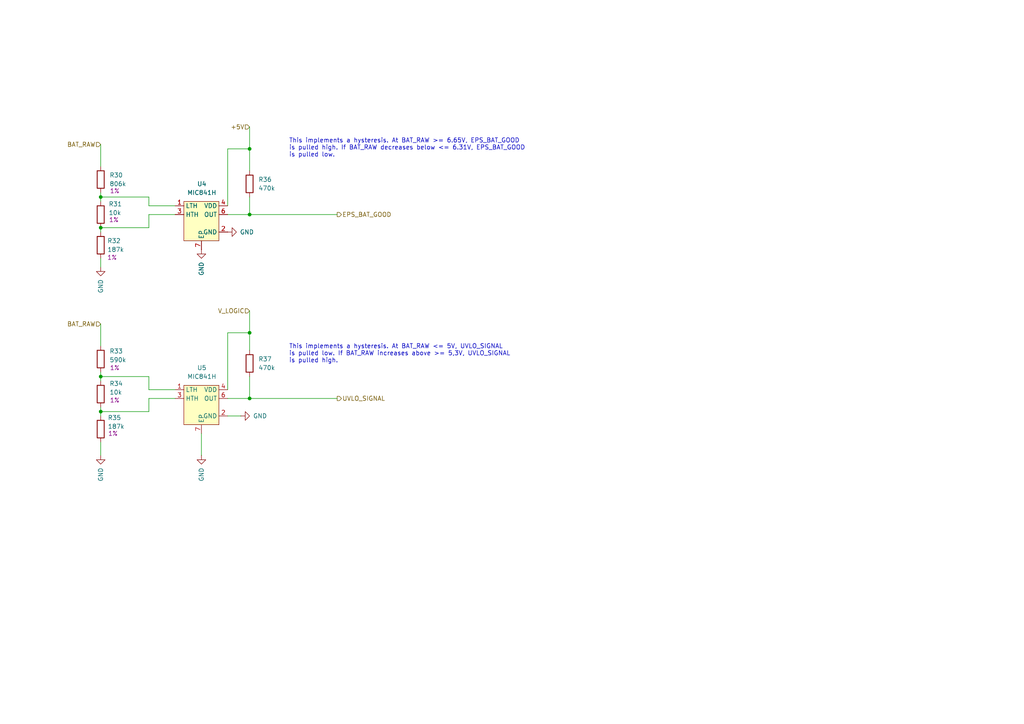
<source format=kicad_sch>
(kicad_sch (version 20231120) (generator "eeschema") (generator_version "8.0")
  (paper "A4")
  (lib_symbols
    (symbol "Device:R" (pin_numbers hide) (pin_names (offset 0))
      (property "Reference" "R" (at 2.032 0 90))
      (property "Value" "R" (at 0 0 90))
      (symbol "R_0_1"
        (rectangle (start -1.016 -2.54) (end 1.016 2.54) (stroke (width 0.254)))
      )
      (symbol "R_1_1"
        (pin passive line (at 0 3.81 270) (length 1.27) (name "~") (number "1"))
        (pin passive line (at 0 -3.81 90) (length 1.27) (name "~") (number "2"))
      )
    )
    (symbol "STS_Analog:MIC841"
      (property "Reference" "U" (at 0 4.572 0))
      (property "Value" "MIC841" (at 0 2.54 0))
      (symbol "MIC841_0_1"
        (rectangle (start -5.08 0) (end 5.08 -11.43) (fill (type background)))
        (rectangle (start 1.778 -0.508) (end 1.778 -0.508))
        (rectangle (start 1.778 -0.508) (end 1.778 -0.508))
      )
      (symbol "MIC841_1_1"
        (pin input line (at -7.62 -1.27 0) (length 2.54) (name "LTH") (number "1"))
        (pin input line (at 7.62 -8.89 180) (length 2.54) (name "GND") (number "2"))
        (pin input line (at -7.62 -3.81 0) (length 2.54) (name "HTH") (number "3"))
        (pin input line (at 7.62 -1.27 180) (length 2.54) (name "VDD") (number "4"))
        (pin no_connect line (at 7.62 -6.35 180) (length 2.54) hide (name "NC") (number "5"))
        (pin output line (at 7.62 -3.81 180) (length 2.54) (name "OUT") (number "6"))
        (pin passive line (at 0 -13.97 90) (length 2.54) (name "EP") (number "7"))
      )
    )
    (symbol "power:GND" (power) (pin_numbers hide) (pin_names (offset 0) hide)
      (property "Value" "GND" (at 0 -3.81 0))
      (symbol "GND_0_1"
        (polyline (pts (xy 0 0) (xy 0 -1.27) (xy 1.27 -1.27) (xy 0 -2.54) (xy -1.27 -1.27) (xy 0 -1.27)))
      )
      (symbol "GND_1_1"
        (pin power_in line (at 0 0 270) (length 0) (name "~") (number "1"))
      )
    )
  )
  (junction (at 29.21 66.04))
  (junction (at 72.39 96.52))
  (junction (at 29.21 119.38))
  (junction (at 72.39 43.18))
  (junction (at 29.21 109.22))
  (junction (at 72.39 115.57))
  (junction (at 29.21 57.15))
  (junction (at 72.39 62.23))
  (wire (pts (xy 72.39 96.52) (xy 66.04 96.52)))
  (wire (pts (xy 72.39 43.18) (xy 72.39 49.53)))
  (wire (pts (xy 29.21 57.15) (xy 43.18 57.15)))
  (wire (pts (xy 29.21 41.91) (xy 29.21 48.26)))
  (wire (pts (xy 29.21 118.11) (xy 29.21 119.38)))
  (wire (pts (xy 29.21 109.22) (xy 29.21 110.49)))
  (wire (pts (xy 29.21 107.95) (xy 29.21 109.22)))
  (wire (pts (xy 72.39 109.22) (xy 72.39 115.57)))
  (wire (pts (xy 29.21 128.27) (xy 29.21 132.08)))
  (wire (pts (xy 72.39 96.52) (xy 72.39 101.6)))
  (wire (pts (xy 72.39 43.18) (xy 66.04 43.18)))
  (wire (pts (xy 72.39 62.23) (xy 97.79 62.23)))
  (wire (pts (xy 66.04 43.18) (xy 66.04 59.69)))
  (wire (pts (xy 29.21 66.04) (xy 43.18 66.04)))
  (wire (pts (xy 58.42 125.73) (xy 58.42 132.08)))
  (wire (pts (xy 66.04 120.65) (xy 69.85 120.65)))
  (wire (pts (xy 43.18 113.03) (xy 50.8 113.03)))
  (wire (pts (xy 29.21 74.93) (xy 29.21 77.47)))
  (wire (pts (xy 29.21 109.22) (xy 43.18 109.22)))
  (wire (pts (xy 29.21 57.15) (xy 29.21 58.42)))
  (wire (pts (xy 72.39 36.83) (xy 72.39 43.18)))
  (wire (pts (xy 72.39 115.57) (xy 97.79 115.57)))
  (wire (pts (xy 66.04 62.23) (xy 72.39 62.23)))
  (wire (pts (xy 43.18 115.57) (xy 50.8 115.57)))
  (wire (pts (xy 29.21 93.98) (xy 29.21 100.33)))
  (wire (pts (xy 72.39 90.17) (xy 72.39 96.52)))
  (wire (pts (xy 29.21 66.04) (xy 29.21 67.31)))
  (wire (pts (xy 66.04 96.52) (xy 66.04 113.03)))
  (wire (pts (xy 43.18 59.69) (xy 50.8 59.69)))
  (wire (pts (xy 66.04 115.57) (xy 72.39 115.57)))
  (wire (pts (xy 29.21 55.88) (xy 29.21 57.15)))
  (wire (pts (xy 29.21 119.38) (xy 43.18 119.38)))
  (wire (pts (xy 43.18 66.04) (xy 43.18 62.23)))
  (wire (pts (xy 72.39 57.15) (xy 72.39 62.23)))
  (wire (pts (xy 43.18 119.38) (xy 43.18 115.57)))
  (wire (pts (xy 43.18 62.23) (xy 50.8 62.23)))
  (wire (pts (xy 43.18 109.22) (xy 43.18 113.03)))
  (wire (pts (xy 43.18 57.15) (xy 43.18 59.69)))
  (wire (pts (xy 29.21 119.38) (xy 29.21 120.65)))
  (text "This implements a hysteresis. At BAT_RAW >= 6.65V, EPS_BAT_GOOD \nis pulled high. If BAT_RAW decreases below <= 6.31V, EPS_BAT_GOOD\nis pulled low." (at 83.82 45.72 0) (effects (font (size 1.27 1.27)) (justify left bottom)))
  (text "This implements a hysteresis. At BAT_RAW <= 5V, UVLO_SIGNAL\nis pulled low. If BAT_RAW increases above >= 5,3V, UVLO_SIGNAL\nis pulled high." (at 83.82 105.41 0) (effects (font (size 1.27 1.27)) (justify left bottom)))
  (hierarchical_label "EPS_BAT_GOOD" (shape output) (at 97.79 62.23 0))
  (hierarchical_label "BAT_RAW" (shape input) (at 29.21 93.98 180))
  (hierarchical_label "+5V" (shape input) (at 72.39 36.83 180))
  (hierarchical_label "BAT_RAW" (shape input) (at 29.21 41.91 180))
  (hierarchical_label "UVLO_SIGNAL" (shape output) (at 97.79 115.57 0))
  (hierarchical_label "V_LOGIC" (shape input) (at 72.39 90.17 180))
  (symbol (lib_id "power:GND") (at 58.42 132.08 0) (unit 1)
    (property "Reference" "#PWR059" (effects (hide yes)))
    (property "Value" "GND" (at 58.42 139.7 90) (effects (justify left)))
    (property "Description" "Power symbol creates a global label with name \"GND\" , ground" (effects (hide yes)))
  )
  (symbol (lib_id "Device:R") (at 29.21 104.14 180) (unit 1)
    (property "Reference" "R33" (at 31.75 101.854 0) (effects (justify right)))
    (property "Value" "590k" (at 31.75 104.394 0) (effects (justify right)))
    (property "Footprint" "Resistor_SMD:R_0805_2012Metric" (effects (hide yes)))
    (property "Tolerance" "1%" (at 33.274 106.68 0))
  )
  (symbol (lib_id "power:GND") (at 29.21 132.08 0) (unit 1)
    (property "Reference" "#PWR056" (effects (hide yes)))
    (property "Value" "GND" (at 29.21 139.7 90) (effects (justify left)))
    (property "Description" "Power symbol creates a global label with name \"GND\" , ground" (effects (hide yes)))
  )
  (symbol (lib_id "Device:R") (at 29.21 62.23 180) (unit 1)
    (property "Reference" "R31" (at 31.496 59.182 0) (effects (justify right)))
    (property "Value" "10k" (at 31.496 61.722 0) (effects (justify right)))
    (property "Footprint" "Resistor_SMD:R_0805_2012Metric" (effects (hide yes)))
    (property "Tolerance" "1%" (at 33.02 63.754 0))
  )
  (symbol (lib_id "power:GND") (at 58.42 72.39 0) (unit 1)
    (property "Reference" "#PWR066" (effects (hide yes)))
    (property "Value" "GND" (at 58.42 80.01 90) (effects (justify left)))
    (property "Description" "Power symbol creates a global label with name \"GND\" , ground" (effects (hide yes)))
  )
  (symbol (lib_id "Device:R") (at 29.21 71.12 180) (unit 1)
    (property "Reference" "R32" (at 31.115 69.8499 0) (effects (justify right)))
    (property "Value" "187k" (at 31.115 72.3899 0) (effects (justify right)))
    (property "Footprint" "Resistor_SMD:R_0805_2012Metric" (effects (hide yes)))
    (property "Tolerance" "1%" (at 32.512 74.676 0))
  )
  (symbol (lib_id "Device:R") (at 29.21 52.07 180) (unit 1)
    (property "Reference" "R30" (at 31.75 50.7999 0) (effects (justify right)))
    (property "Value" "806k" (at 31.75 53.3399 0) (effects (justify right)))
    (property "Footprint" "Resistor_SMD:R_0805_2012Metric" (effects (hide yes)))
    (property "Tolerance" "1%" (at 33.274 55.372 0))
  )
  (symbol (lib_id "Device:R") (at 29.21 114.3 180) (unit 1)
    (property "Reference" "R34" (at 31.75 111.252 0) (effects (justify right)))
    (property "Value" "10k" (at 31.75 113.792 0) (effects (justify right)))
    (property "Footprint" "Resistor_SMD:R_0805_2012Metric" (effects (hide yes)))
    (property "Tolerance" "1%" (at 33.274 116.078 0))
  )
  (symbol (lib_id "Device:R") (at 72.39 105.41 180) (unit 1)
    (property "Reference" "R37" (at 74.93 104.1399 0) (effects (justify right)))
    (property "Value" "470k" (at 74.93 106.6799 0) (effects (justify right)))
    (property "Footprint" "Resistor_SMD:R_0805_2012Metric" (effects (hide yes)))
  )
  (symbol (lib_id "power:GND") (at 69.85 120.65 90) (unit 1)
    (property "Reference" "#PWR065" (effects (hide yes)))
    (property "Value" "GND" (at 77.47 120.65 90) (effects (justify left)))
    (property "Description" "Power symbol creates a global label with name \"GND\" , ground" (effects (hide yes)))
  )
  (symbol (lib_id "power:GND") (at 66.04 67.31 90) (unit 1)
    (property "Reference" "#PWR068" (effects (hide yes)))
    (property "Value" "GND" (at 73.66 67.31 90) (effects (justify left)))
    (property "Description" "Power symbol creates a global label with name \"GND\" , ground" (effects (hide yes)))
  )
  (symbol (lib_id "power:GND") (at 29.21 77.47 0) (unit 1)
    (property "Reference" "#PWR064" (effects (hide yes)))
    (property "Value" "GND" (at 29.21 85.09 90) (effects (justify left)))
    (property "Description" "Power symbol creates a global label with name \"GND\" , ground" (effects (hide yes)))
  )
  (symbol (lib_id "Device:R") (at 72.39 53.34 180) (unit 1)
    (property "Reference" "R36" (at 74.93 52.0699 0) (effects (justify right)))
    (property "Value" "470k" (at 74.93 54.6099 0) (effects (justify right)))
    (property "Footprint" "Resistor_SMD:R_0805_2012Metric" (effects (hide yes)))
  )
  (symbol (lib_id "STS_Analog:MIC841") (at 58.42 111.76 0) (unit 1)
    (property "Reference" "U5" (at 58.547 106.68 0))
    (property "Value" "MIC841H" (at 58.547 109.22 0))
    (property "Footprint" "STS_Package_DFN_QFN:TDFN-6" (effects (hide yes)))
  )
  (symbol (lib_id "Device:R") (at 29.21 124.46 180) (unit 1)
    (property "Reference" "R35" (at 31.242 121.158 0) (effects (justify right)))
    (property "Value" "187k" (at 31.242 123.698 0) (effects (justify right)))
    (property "Footprint" "Resistor_SMD:R_0805_2012Metric" (effects (hide yes)))
    (property "Tolerance" "1%" (at 32.766 125.73 0))
  )
  (symbol (lib_id "STS_Analog:MIC841") (at 58.42 58.42 0) (unit 1)
    (property "Reference" "U4" (at 58.547 53.34 0))
    (property "Value" "MIC841H" (at 58.547 55.88 0))
    (property "Footprint" "STS_Package_DFN_QFN:TDFN-6" (effects (hide yes)))
  )
)
</source>
